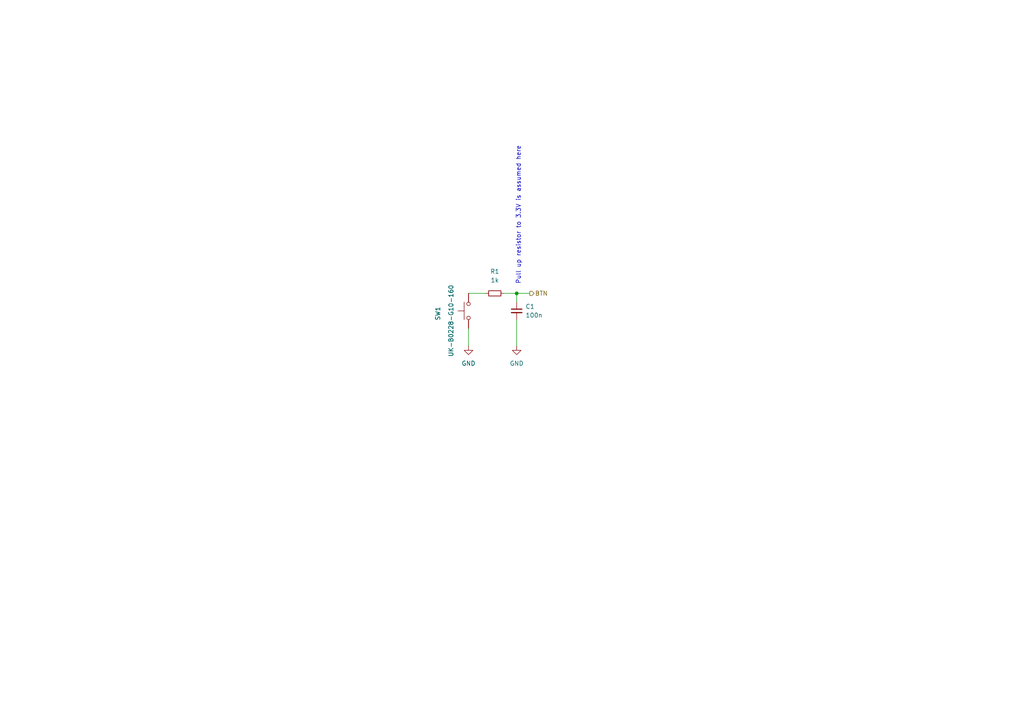
<source format=kicad_sch>
(kicad_sch (version 20211123) (generator eeschema)
  (paper "A4")
  (lib_symbols
    (symbol "Device:C_Small" (pin_numbers hide) (pin_names (offset 0.254) hide)
      (property "Reference" "C" (at 0.254 1.778 0))
      (property "Value" "C_Small" (at 0.254 -2.032 0))
      (symbol "C_Small_0_1"
        (polyline (pts (xy -1.524 -0.508) (xy 1.524 -0.508)) (stroke (width 0.3302)))
        (polyline (pts (xy -1.524 0.508) (xy 1.524 0.508)) (stroke (width 0.3048)))
      )
      (symbol "C_Small_1_1"
        (pin passive line (at 0 2.54 270) (length 2.032) (name "~") (number "1"))
        (pin passive line (at 0 -2.54 90) (length 2.032) (name "~") (number "2"))
      )
    )
    (symbol "Device:R_Small" (pin_numbers hide) (pin_names (offset 0.254) hide)
      (property "Reference" "R" (at 0.762 0.508 0))
      (property "Value" "R_Small" (at 0.762 -1.016 0))
      (symbol "R_Small_0_1"
        (rectangle (start -0.762 1.778) (end 0.762 -1.778) (stroke (width 0.2032)))
      )
      (symbol "R_Small_1_1"
        (pin passive line (at 0 2.54 270) (length 0.762) (name "~") (number "1"))
        (pin passive line (at 0 -2.54 90) (length 0.762) (name "~") (number "2"))
      )
    )
    (symbol "Switch:SW_Push" (pin_numbers hide) (pin_names (offset 1.016) hide)
      (property "Reference" "SW" (at 1.27 2.54 0))
      (property "Value" "SW_Push" (at 0 -1.524 0))
      (symbol "SW_Push_0_1"
        (circle (center -2.032 0) (radius 0.508))
        (polyline (pts (xy 0 1.27) (xy 0 3.048)))
        (polyline (pts (xy 2.54 1.27) (xy -2.54 1.27)))
        (circle (center 2.032 0) (radius 0.508))
        (pin passive line (at -5.08 0 0) (length 2.54) (name "1") (number "1"))
        (pin passive line (at 5.08 0 180) (length 2.54) (name "2") (number "2"))
      )
    )
    (symbol "power:GND" (power) (pin_names (offset 0))
      (property "Value" "GND" (at 0 -3.81 0))
      (symbol "GND_0_1"
        (polyline (pts (xy 0 0) (xy 0 -1.27) (xy 1.27 -1.27) (xy 0 -2.54) (xy -1.27 -1.27) (xy 0 -1.27)))
      )
      (symbol "GND_1_1"
        (pin power_in line (at 0 0 270) (length 0) hide (name "GND") (number "1"))
      )
    )
  )
  (junction (at 149.86 85.09))
  (wire (pts (xy 146.05 85.09) (xy 149.86 85.09)))
  (wire (pts (xy 149.86 92.71) (xy 149.86 100.33)))
  (wire (pts (xy 149.86 85.09) (xy 149.86 87.63)))
  (wire (pts (xy 135.89 85.09) (xy 140.97 85.09)))
  (wire (pts (xy 135.89 95.25) (xy 135.89 100.33)))
  (wire (pts (xy 149.86 85.09) (xy 153.67 85.09)))
  (text "Pull up resistor to 3.3V is assumed here\n" (at 151.13 82.55 90) (effects (font (size 1.27 1.27)) (justify left bottom)))
  (hierarchical_label "BTN" (shape output) (at 153.67 85.09 0))
  (symbol (lib_id "power:GND") (at 149.86 100.33 0) (unit 1)
    (property "Reference" "#PWR02" (effects hide))
    (property "Value" "GND" (at 149.86 105.41 0))
  )
  (symbol (lib_id "Device:C_Small") (at 149.86 90.17 0) (unit 1)
    (property "Reference" "C1" (at 152.4 88.9062 0) (effects (justify left)))
    (property "Value" "100n" (at 152.4 91.4462 0) (effects (justify left)))
    (property "Footprint" "Capacitor_SMD:C_0603_1608Metric_Pad1.08x0.95mm_HandSolder" (effects hide))
  )
  (symbol (lib_id "Device:R_Small") (at 143.51 85.09 90) (unit 1)
    (property "Reference" "R1" (at 143.51 78.74 90))
    (property "Value" "1k" (at 143.51 81.28 90))
    (property "Footprint" "Resistor_SMD:R_0603_1608Metric_Pad0.98x0.95mm_HandSolder" (effects hide))
  )
  (symbol (lib_id "power:GND") (at 135.89 100.33 0) (unit 1)
    (property "Reference" "#PWR01" (effects hide))
    (property "Value" "GND" (at 135.89 105.41 0))
  )
  (symbol (lib_id "Switch:SW_Push") (at 135.89 90.17 90) (unit 1)
    (property "Reference" "SW1" (at 127 88.9 0) (effects (justify right)))
    (property "Value" "UK-B0228-G10-160" (at 130.81 82.55 0) (effects (justify right)))
    (property "Footprint" "Button_Switch_SMD:SW_Push_1P1T_NO_6x6mm_H9.5mm" (effects hide))
  )
)
</source>
